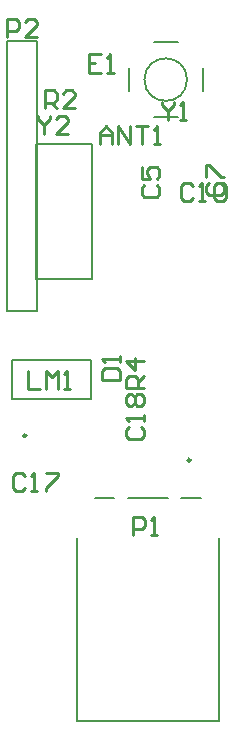
<source format=gto>
%FSAX42Y42*%
%MOMM*%
G71*
G01*
G75*
%ADD10R,1.10X1.00*%
%ADD11R,0.87X0.87*%
%ADD12R,1.00X1.10*%
%ADD13R,3.40X2.15*%
%ADD14R,1.05X2.15*%
%ADD15R,1.05X2.15*%
%ADD16R,0.50X2.10*%
%ADD17R,1.70X1.25*%
%ADD18R,1.25X1.70*%
%ADD19C,0.25*%
%ADD20C,2.50*%
%ADD21R,1.50X1.50*%
%ADD22C,1.50*%
%ADD23C,1.52*%
%ADD24C,1.20*%
%ADD25O,1.65X4.00*%
%ADD26C,1.40*%
%ADD27P,1.52X8X112.5*%
%ADD28C,3.00*%
%ADD29C,1.27*%
%ADD30O,0.80X0.28*%
%ADD31O,0.28X0.80*%
%ADD32R,7.65X7.65*%
%ADD33O,0.40X2.10*%
%ADD34R,0.80X0.35*%
%ADD35C,0.20*%
%ADD36C,0.25*%
D19*
X002799Y002973D02*
X002824Y002998D01*
X002799Y002973D02*
X002748D01*
X002723Y002998D01*
Y003099D01*
X002748Y003125D01*
X002799D01*
X002824Y003099D01*
X002875D02*
X002900Y003125D01*
Y002973D01*
X002926D01*
X002875D01*
X003002D02*
Y002998D01*
X003103Y003099D01*
Y003125D01*
X003002D01*
X003739Y002747D02*
X003815D01*
X003841Y002722D01*
Y002671D01*
X003815Y002646D01*
X003739D01*
Y002595D02*
Y002747D01*
X003917D02*
X003891Y002722D01*
X003917Y002747D02*
Y002595D01*
X003942D01*
X003891D01*
X003825Y003433D02*
Y003484D01*
X003800Y003509D01*
X003698D02*
X003673Y003484D01*
Y003433D01*
X003698Y003408D01*
X003800D01*
X003825Y003433D01*
Y003560D02*
Y003611D01*
Y003585D01*
X003673D01*
X003698Y003560D01*
Y003687D02*
X003673Y003712D01*
Y003763D01*
X003698Y003788D01*
X003723D01*
X003749Y003763D01*
X003774Y003788D01*
X003800D01*
X003825Y003763D01*
Y003712D01*
X003800Y003687D01*
X003774D01*
X003749Y003712D01*
X003723Y003687D01*
X003698D01*
X003749Y003712D02*
Y003763D01*
X003828Y003842D02*
X003675D01*
Y003919D01*
X003701Y003944D01*
X003751D01*
X003777Y003919D01*
Y003842D01*
Y003893D02*
X003828Y003944D01*
Y004071D02*
X003675D01*
X003751Y003995D01*
Y004096D01*
X003628Y004085D02*
X003475D01*
X003501Y004060D01*
Y004009D02*
X003475Y003984D01*
Y003908D01*
X003628D01*
Y003984D01*
X003602Y004009D01*
X003501D01*
X003628Y004060D02*
Y004111D01*
Y004085D01*
X003178Y003987D02*
X003152Y003962D01*
X003178Y003987D02*
Y003835D01*
X003203D01*
X003152D01*
X003101D02*
Y003987D01*
X003051Y003937D01*
X003000Y003987D01*
Y003835D01*
X002949D02*
X002848D01*
Y003987D01*
X004320Y005420D02*
Y005573D01*
X004295Y005547D01*
X004244D02*
X004219Y005573D01*
X004168D01*
X004143Y005547D01*
Y005446D01*
X004168Y005420D01*
X004219D01*
X004244Y005446D01*
X004295Y005420D02*
X004346D01*
X004320D01*
X004353Y005500D02*
X004378Y005475D01*
X004480D01*
X004505Y005500D01*
Y005551D01*
X004480Y005577D01*
X004498Y005573D02*
X004524Y005547D01*
Y005446D01*
X004498Y005420D01*
X004447D01*
X004422Y005446D01*
Y005547D01*
X004447Y005573D01*
X004498D01*
X004378Y005577D02*
X004353Y005551D01*
Y005500D01*
Y005627D02*
Y005729D01*
X004378D01*
X004480Y005627D01*
X004505D01*
X004188Y006109D02*
X004163D01*
Y006261D01*
X004138Y006236D01*
X004087D02*
Y006261D01*
Y006236D02*
X004036Y006185D01*
Y006109D01*
Y006185D02*
X003985Y006236D01*
Y006261D01*
X003942Y006055D02*
X003917Y006029D01*
X003942Y006055D02*
Y005903D01*
X003968D01*
X003917D01*
X003815D02*
Y006055D01*
X003866D01*
X003765D01*
X003714D02*
Y005903D01*
X003612Y006055D01*
Y005903D01*
X003562D02*
Y005979D01*
X003460D01*
Y006004D02*
X003511Y006055D01*
X003562Y006004D01*
Y005903D01*
X003808Y005714D02*
Y005612D01*
X003884D01*
X003858Y005663D01*
Y005689D01*
X003884Y005714D01*
X003935D01*
X003960Y005689D01*
Y005638D01*
X003935Y005612D01*
Y005562D02*
X003960Y005536D01*
Y005485D01*
X003935Y005460D01*
X003833D01*
X003808Y005485D01*
Y005536D01*
X003833Y005562D01*
X003460Y005903D02*
Y006004D01*
X003185Y006116D02*
X003160Y006142D01*
X003109D01*
X003084Y006116D01*
X003185D02*
Y006091D01*
X003084Y005989D01*
X003185D01*
X003145Y006208D02*
X003246Y006309D01*
Y006334D01*
X003221Y006360D01*
X003170D01*
X003145Y006334D01*
X003094D02*
Y006284D01*
X003069Y006258D01*
X002992D01*
Y006208D02*
Y006360D01*
X003069D01*
X003094Y006334D01*
Y006208D02*
X003043Y006258D01*
X003033Y006142D02*
Y006116D01*
X002982Y006065D01*
Y005989D01*
Y006065D02*
X002931Y006116D01*
Y006142D01*
X003145Y006208D02*
X003246D01*
X003367Y006512D02*
X003469D01*
X003520D02*
X003571D01*
X003545D01*
Y006665D01*
X003520Y006639D01*
X003469Y006665D02*
X003367D01*
Y006512D01*
Y006589D02*
X003418D01*
X002924Y006917D02*
Y006942D01*
X002899Y006967D01*
X002848D01*
X002822Y006942D01*
X002924Y006917D02*
X002822Y006815D01*
X002924D01*
X002772Y006891D02*
X002746Y006866D01*
X002670D01*
Y006967D02*
X002746D01*
X002772Y006942D01*
Y006891D01*
X002670Y006967D02*
Y006815D01*
X004138Y006109D02*
X004188D01*
D35*
X003261Y001020D02*
Y002573D01*
X003413Y002910D02*
X003578D01*
X003693D02*
X004029D01*
X004144D02*
X004308D01*
X004461Y002573D02*
Y001020D01*
X003261D01*
X003383Y003749D02*
Y004074D01*
X002713D01*
Y003749D01*
X003383D01*
X002921Y004496D02*
Y006782D01*
X002667D01*
Y004496D01*
X002921D01*
X002915Y004764D02*
X003385D01*
Y005904D01*
X002915D01*
Y004764D01*
X004113Y006137D02*
X003913D01*
X004193Y006452D02*
G03*
X004193Y006452I-000180J000000D01*
G01*
X004328Y006352D02*
Y006552D01*
X004113Y006767D02*
X003913D01*
X003698Y006552D02*
Y006352D01*
D36*
X002831Y003439D02*
G03*
X002831Y003439I-000012J000000D01*
G01*
X004223Y003230D02*
G03*
X004223Y003230I-000012J000000D01*
G01*
M02*

</source>
